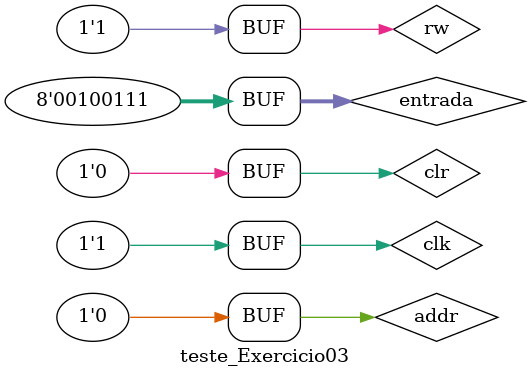
<source format=v>

	
	`include "Exercicio03.v" 
		
		
		module Exercicio04(output [7:0]saida, input [7:0]inp, input clk, input addr, input rw,  input clr );
				
		wire s1, s2;
		wire [3:0]saida1; 
		wire [3:0]saida2;
		wire [3:0]saida3; 
		wire [3:0]saida4;  
		
			
		Demux dmx (s1,s2, addr);
		
		Exercicio02 mem1(saida1, inp[7:4], clk, s1, rw, clr);
		Exercicio02 mem2(saida2, inp[3:0], clk, s1, rw, clr);
		Exercicio02 mem3(saida3, inp[7:4], clk, s2, rw, clr);
		Exercicio02 mem4(saida4, inp[3:0], clk, s2, rw, clr);	
		
		Mux MUX1 (saida[0], saida1[0], saida2[0], addr);
		Mux MUX2 (saida[1], saida1[1], saida2[1], addr);
		Mux MUX3 (saida[2], saida1[2], saida2[2], addr);
		Mux MUX4 (saida[3], saida1[3], saida2[3], addr);
		Mux MUX5 (saida[4], saida3[0], saida4[4], addr);
		Mux MUX6 (saida[5], saida3[1], saida4[5], addr);
		Mux MUX7 (saida[6], saida3[2], saida4[6], addr);
		Mux MUX8 (saida[7], saida3[3], saida4[7], addr);
		
endmodule	

// ------------------------- 
// -- teste
// -------------------------
    
	  module teste_Exercicio03; 

// ------------------------- definir dados 
    
	  reg [7:0]entrada;
	  reg clk;
	  reg addr;
	  reg rw;
	  reg clr; 
	  wire [7:0]saida;
	 
// ------------------------- instancia 
	 
     Exercicio04 mod1 (saida, entrada, clk, addr, rw, clr);
	  
// ------------------------- parte principal 
    
	 initial begin

      $display("Entrada\tClk\tAddr\tR/W\tClr\tSaida\n");
		 #1 entrada = 11100000;  clk = 1;  addr = 0;  rw = 1;  clr = 1;
		$monitor("%4b\t%1b\t%1b\t%1b\t%1b\t%4b",entrada, clk, addr, rw, clr, saida);
		 #1 entrada = 11011111;  clk = 1;  addr = 0;  rw = 1;  clr = 0;
				 

     end		 
	endmodule 
			 
</source>
